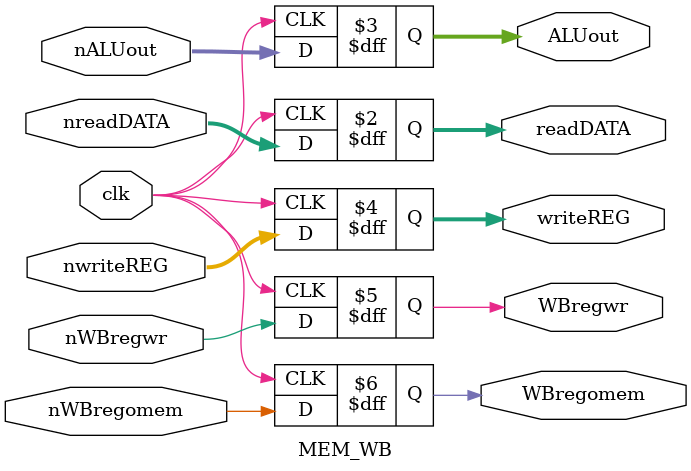
<source format=v>
`timescale 1ns / 1ps
module MEM_WB(
nWBregwr,nWBregomem, nreadDATA, nALUout,nwriteREG,clk,
WBregwr,WBregomem, readDATA, ALUout ,writeREG);
input nWBregwr,nWBregomem,clk;
input [7:0] nreadDATA, nALUout;
input [2:0] nwriteREG;
output reg [7:0] readDATA,ALUout;
output reg [2:0] writeREG;
output reg WBregwr,WBregomem;


always@(posedge clk)
begin
	WBregwr<=nWBregwr;
	WBregomem<=nWBregomem;
	readDATA<=nreadDATA;
	ALUout<=nALUout;
	writeREG<=nwriteREG;
end

endmodule


</source>
